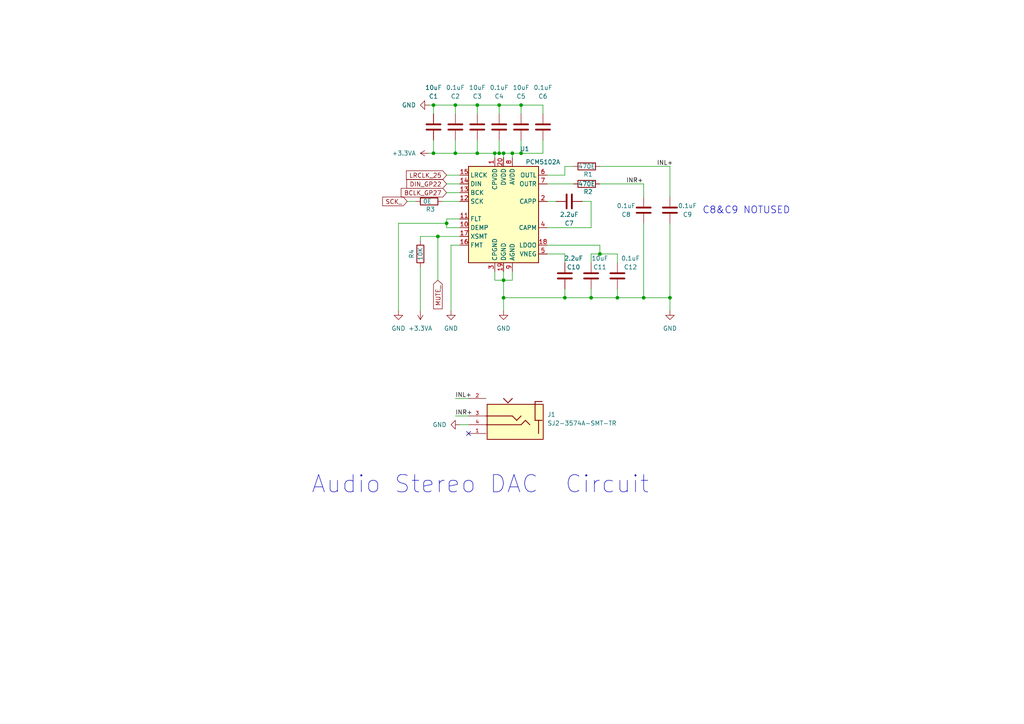
<source format=kicad_sch>
(kicad_sch (version 20250114) (generator "eeschema") (generator_version "9.0")
  (paper "A4")
  (lib_symbols
    (symbol "Audio:PCM5102A"
      (property "Reference" "U" (at -10.16 13.97 0))
      (property "Value" "PCM5102A" (at 3.81 13.97 0))
      (symbol "PCM5102A_0_1"
        (rectangle (start -10.16 12.7) (end 10.16 -15.24) (stroke (width 0.254)) (fill (type background)))
      )
      (symbol "PCM5102A_1_1"
        (pin input line (at -12.7 10.16 0) (length 2.54) (name "LRCK") (number "15"))
        (pin input line (at -12.7 7.62 0) (length 2.54) (name "DIN") (number "14"))
        (pin input line (at -12.7 5.08 0) (length 2.54) (name "BCK") (number "13"))
        (pin input line (at -12.7 2.54 0) (length 2.54) (name "SCK") (number "12"))
        (pin input line (at -12.7 -2.54 0) (length 2.54) (name "FLT") (number "11"))
        (pin input line (at -12.7 -5.08 0) (length 2.54) (name "DEMP") (number "10"))
        (pin input line (at -12.7 -7.62 0) (length 2.54) (name "XSMT") (number "17"))
        (pin input line (at -12.7 -10.16 0) (length 2.54) (name "FMT") (number "16"))
        (pin passive line (at -2.54 15.24 270) (length 2.54) (name "CPVDD") (number "1"))
        (pin power_in line (at -2.54 -17.78 90) (length 2.54) (name "CPGND") (number "3"))
        (pin power_in line (at 0 15.24 270) (length 2.54) (name "DVDD") (number "20"))
        (pin power_in line (at 0 -17.78 90) (length 2.54) (name "DGND") (number "19"))
        (pin power_in line (at 2.54 15.24 270) (length 2.54) (name "AVDD") (number "8"))
        (pin power_in line (at 2.54 -17.78 90) (length 2.54) (name "AGND") (number "9"))
        (pin output line (at 12.7 10.16 180) (length 2.54) (name "OUTL") (number "6"))
        (pin output line (at 12.7 7.62 180) (length 2.54) (name "OUTR") (number "7"))
        (pin passive line (at 12.7 2.54 180) (length 2.54) (name "CAPP") (number "2"))
        (pin passive line (at 12.7 -5.08 180) (length 2.54) (name "CAPM") (number "4"))
        (pin passive line (at 12.7 -10.16 180) (length 2.54) (name "LDOO") (number "18"))
        (pin passive line (at 12.7 -12.7 180) (length 2.54) (name "VNEG") (number "5"))
      )
    )
    (symbol "Device:C" (pin_numbers (hide yes)) (pin_names (offset 0.254))
      (property "Reference" "C" (at 0.635 2.54 0))
      (property "Value" "C" (at 0.635 -2.54 0))
      (symbol "C_0_1"
        (polyline (pts (xy -2.032 0.762) (xy 2.032 0.762)) (stroke (width 0.508)))
        (polyline (pts (xy -2.032 -0.762) (xy 2.032 -0.762)) (stroke (width 0.508)))
      )
      (symbol "C_1_1"
        (pin passive line (at 0 3.81 270) (length 2.794) (name "~") (number "1"))
        (pin passive line (at 0 -3.81 90) (length 2.794) (name "~") (number "2"))
      )
    )
    (symbol "Device:R" (pin_numbers (hide yes)) (pin_names (offset 0))
      (property "Reference" "R" (at 2.032 0 90))
      (property "Value" "R" (at 0 0 90))
      (symbol "R_0_1"
        (rectangle (start -1.016 -2.54) (end 1.016 2.54) (stroke (width 0.254)))
      )
      (symbol "R_1_1"
        (pin passive line (at 0 3.81 270) (length 1.27) (name "~") (number "1"))
        (pin passive line (at 0 -3.81 90) (length 1.27) (name "~") (number "2"))
      )
    )
    (symbol "Dotworld:SJ2-3574A-SMT-TR" (pin_names (offset 1.016))
      (property "Reference" "J" (at -7.62 7.62 0))
      (property "Value" "SJ2-3574A-SMT-TR" (at -7.62 -7.62 0))
      (symbol "SJ2-3574A-SMT-TR_0_0"
        (rectangle (start -8.9563 -3.3874) (end 7.2997 6.7726) (stroke (width 0.254)) (fill (type background)))
        (polyline (pts (xy -8.636 1.27) (xy -7.62 1.27)) (stroke (width 0.254)))
        (polyline (pts (xy -7.62 5.08) (xy -7.62 1.27)) (stroke (width 0.254)))
        (polyline (pts (xy -7.62 1.27) (xy -6.604 1.27)) (stroke (width 0.254)))
        (polyline (pts (xy -6.604 1.27) (xy -6.604 -4.191)) (stroke (width 0.254)))
        (polyline (pts (xy -6.604 -4.191) (xy -8.636 -4.191)) (stroke (width 0.254)))
        (polyline (pts (xy -5.08 2.54) (xy -3.81 1.27)) (stroke (width 0.254)))
        (polyline (pts (xy -3.81 1.27) (xy -2.54 2.54)) (stroke (width 0.254)))
        (polyline (pts (xy -2.54 2.54) (xy 7.62 2.54)) (stroke (width 0.254)))
        (polyline (pts (xy -2.54 0) (xy -1.27 1.27)) (stroke (width 0.254)))
        (polyline (pts (xy -1.27 1.27) (xy 0 0)) (stroke (width 0.254)))
        (polyline (pts (xy 0 0) (xy 7.62 0)) (stroke (width 0.254)))
        (polyline (pts (xy 0 -5.08) (xy 1.27 -3.81)) (stroke (width 0.254)))
        (polyline (pts (xy 1.27 -3.81) (xy 2.54 -5.08)) (stroke (width 0.254)))
        (pin passive line (at 12.7 5.08 180) (length 5.08) (name "~") (number "1"))
        (pin passive line (at 12.7 2.54 180) (length 5.08) (name "~") (number "4"))
        (pin passive line (at 12.7 0 180) (length 5.08) (name "~") (number "3"))
        (pin passive line (at 12.7 -5.08 180) (length 5.08) (name "~") (number "2"))
      )
    )
    (symbol "power:+3.3VA" (power) (pin_names (offset 0))
      (property "Value" "+3.3VA" (at 0 3.556 0))
      (symbol "+3.3VA_0_1"
        (polyline (pts (xy -0.762 1.27) (xy 0 2.54)))
        (polyline (pts (xy 0 2.54) (xy 0.762 1.27)))
        (polyline (pts (xy 0 0) (xy 0 2.54)))
      )
      (symbol "+3.3VA_1_1"
        (pin power_in line (at 0 0 90) (length 0) (hide yes) (name "+3.3VA") (number "1"))
      )
    )
    (symbol "power:GND" (power) (pin_names (offset 0))
      (property "Value" "GND" (at 0 -3.81 0))
      (symbol "GND_0_1"
        (polyline (pts (xy 0 0) (xy 0 -1.27) (xy 1.27 -1.27) (xy 0 -2.54) (xy -1.27 -1.27) (xy 0 -1.27)))
      )
      (symbol "GND_1_1"
        (pin power_in line (at 0 0 270) (length 0) (hide yes) (name "GND") (number "1"))
      )
    )
  )
  (text "Audio Stereo DAC  Circuit" (at 90.17 143.51 0) (effects (font (size 5 5)) (justify left bottom)))
  (text "C8&C9 NOTUSED\n" (at 203.708 62.23 0) (effects (font (size 2 2)) (justify left bottom)))
  (junction (at 171.45 86.36))
  (junction (at 179.07 86.36))
  (junction (at 132.08 44.45))
  (junction (at 163.83 86.36))
  (junction (at 151.13 30.48))
  (junction (at 146.05 86.36))
  (junction (at 186.69 86.36))
  (junction (at 146.05 44.45))
  (junction (at 138.43 44.45))
  (junction (at 173.99 73.66))
  (junction (at 138.43 30.48))
  (junction (at 129.54 64.77))
  (junction (at 194.31 86.36))
  (junction (at 125.73 44.45))
  (junction (at 143.51 44.45))
  (junction (at 148.59 44.45))
  (junction (at 151.13 44.45))
  (junction (at 132.08 30.48))
  (junction (at 127 68.58))
  (junction (at 125.73 30.48))
  (junction (at 146.05 81.28))
  (junction (at 144.78 44.45))
  (junction (at 144.78 30.48))
  (no_connect (at 135.89 125.73))
  (wire (pts (xy 144.78 30.48) (xy 144.78 33.02)))
  (wire (pts (xy 143.51 44.45) (xy 143.51 45.72)))
  (wire (pts (xy 163.83 83.82) (xy 163.83 86.36)))
  (wire (pts (xy 129.54 66.04) (xy 129.54 64.77)))
  (wire (pts (xy 186.69 57.15) (xy 186.69 53.34)))
  (wire (pts (xy 173.99 48.26) (xy 194.31 48.26)))
  (wire (pts (xy 132.08 120.65) (xy 135.89 120.65)))
  (wire (pts (xy 148.59 44.45) (xy 151.13 44.45)))
  (wire (pts (xy 171.45 86.36) (xy 179.07 86.36)))
  (wire (pts (xy 151.13 40.64) (xy 151.13 44.45)))
  (wire (pts (xy 132.08 30.48) (xy 132.08 33.02)))
  (wire (pts (xy 163.83 86.36) (xy 171.45 86.36)))
  (wire (pts (xy 158.75 50.8) (xy 163.83 50.8)))
  (wire (pts (xy 163.83 86.36) (xy 146.05 86.36)))
  (wire (pts (xy 151.13 44.45) (xy 157.48 44.45)))
  (wire (pts (xy 173.99 53.34) (xy 186.69 53.34)))
  (wire (pts (xy 148.59 45.72) (xy 148.59 44.45)))
  (wire (pts (xy 138.43 30.48) (xy 144.78 30.48)))
  (wire (pts (xy 151.13 30.48) (xy 151.13 33.02)))
  (wire (pts (xy 179.07 86.36) (xy 179.07 83.82)))
  (wire (pts (xy 133.35 123.19) (xy 135.89 123.19)))
  (wire (pts (xy 130.81 71.12) (xy 133.35 71.12)))
  (wire (pts (xy 143.51 44.45) (xy 144.78 44.45)))
  (wire (pts (xy 194.31 48.26) (xy 194.31 57.15)))
  (wire (pts (xy 186.69 86.36) (xy 194.31 86.36)))
  (wire (pts (xy 143.51 81.28) (xy 146.05 81.28)))
  (wire (pts (xy 171.45 66.04) (xy 171.45 58.42)))
  (wire (pts (xy 115.57 90.17) (xy 115.57 64.77)))
  (wire (pts (xy 157.48 30.48) (xy 157.48 33.02)))
  (wire (pts (xy 129.54 50.8) (xy 133.35 50.8)))
  (wire (pts (xy 129.54 63.5) (xy 133.35 63.5)))
  (wire (pts (xy 127 68.58) (xy 127 81.28)))
  (wire (pts (xy 143.51 78.74) (xy 143.51 81.28)))
  (wire (pts (xy 158.75 53.34) (xy 166.37 53.34)))
  (wire (pts (xy 118.11 58.42) (xy 120.65 58.42)))
  (wire (pts (xy 179.07 86.36) (xy 186.69 86.36)))
  (wire (pts (xy 146.05 44.45) (xy 148.59 44.45)))
  (wire (pts (xy 146.05 81.28) (xy 148.59 81.28)))
  (wire (pts (xy 157.48 44.45) (xy 157.48 40.64)))
  (wire (pts (xy 173.99 73.66) (xy 179.07 73.66)))
  (wire (pts (xy 138.43 44.45) (xy 138.43 40.64)))
  (wire (pts (xy 125.73 44.45) (xy 132.08 44.45)))
  (wire (pts (xy 129.54 53.34) (xy 133.35 53.34)))
  (wire (pts (xy 158.75 58.42) (xy 161.29 58.42)))
  (wire (pts (xy 125.73 30.48) (xy 132.08 30.48)))
  (wire (pts (xy 121.92 77.47) (xy 121.92 90.17)))
  (wire (pts (xy 144.78 44.45) (xy 146.05 44.45)))
  (wire (pts (xy 194.31 86.36) (xy 194.31 64.77)))
  (wire (pts (xy 158.75 73.66) (xy 163.83 73.66)))
  (wire (pts (xy 146.05 86.36) (xy 146.05 90.17)))
  (wire (pts (xy 129.54 64.77) (xy 129.54 63.5)))
  (wire (pts (xy 132.08 115.57) (xy 135.89 115.57)))
  (wire (pts (xy 132.08 44.45) (xy 132.08 40.64)))
  (wire (pts (xy 171.45 73.66) (xy 171.45 76.2)))
  (wire (pts (xy 158.75 71.12) (xy 173.99 71.12)))
  (wire (pts (xy 133.35 66.04) (xy 129.54 66.04)))
  (wire (pts (xy 163.83 73.66) (xy 163.83 76.2)))
  (wire (pts (xy 146.05 81.28) (xy 146.05 78.74)))
  (wire (pts (xy 151.13 30.48) (xy 157.48 30.48)))
  (wire (pts (xy 125.73 44.45) (xy 124.46 44.45)))
  (wire (pts (xy 115.57 64.77) (xy 129.54 64.77)))
  (wire (pts (xy 163.83 50.8) (xy 163.83 48.26)))
  (wire (pts (xy 179.07 73.66) (xy 179.07 76.2)))
  (wire (pts (xy 144.78 30.48) (xy 151.13 30.48)))
  (wire (pts (xy 171.45 83.82) (xy 171.45 86.36)))
  (wire (pts (xy 173.99 71.12) (xy 173.99 73.66)))
  (wire (pts (xy 146.05 44.45) (xy 146.05 45.72)))
  (wire (pts (xy 127 68.58) (xy 133.35 68.58)))
  (wire (pts (xy 158.75 66.04) (xy 171.45 66.04)))
  (wire (pts (xy 125.73 40.64) (xy 125.73 44.45)))
  (wire (pts (xy 163.83 48.26) (xy 166.37 48.26)))
  (wire (pts (xy 132.08 30.48) (xy 138.43 30.48)))
  (wire (pts (xy 171.45 73.66) (xy 173.99 73.66)))
  (wire (pts (xy 121.92 69.85) (xy 121.92 68.58)))
  (wire (pts (xy 124.46 30.48) (xy 125.73 30.48)))
  (wire (pts (xy 146.05 86.36) (xy 146.05 81.28)))
  (wire (pts (xy 168.91 58.42) (xy 171.45 58.42)))
  (wire (pts (xy 144.78 44.45) (xy 144.78 40.64)))
  (wire (pts (xy 129.54 55.88) (xy 133.35 55.88)))
  (wire (pts (xy 148.59 81.28) (xy 148.59 78.74)))
  (wire (pts (xy 186.69 64.77) (xy 186.69 86.36)))
  (wire (pts (xy 138.43 44.45) (xy 143.51 44.45)))
  (wire (pts (xy 130.81 90.17) (xy 130.81 71.12)))
  (wire (pts (xy 194.31 90.17) (xy 194.31 86.36)))
  (wire (pts (xy 138.43 30.48) (xy 138.43 33.02)))
  (wire (pts (xy 125.73 33.02) (xy 125.73 30.48)))
  (wire (pts (xy 121.92 68.58) (xy 127 68.58)))
  (wire (pts (xy 128.27 58.42) (xy 133.35 58.42)))
  (wire (pts (xy 138.43 44.45) (xy 132.08 44.45)))
  (label "INR+" (at 181.61 53.34 0))
  (label "INL+" (at 190.5 48.26 0))
  (label "INL+" (at 132.08 115.57 0))
  (label "INR+" (at 132.08 120.65 0))
  (global_label "SCK_" (shape input) (at 118.11 58.42 180) (property "Intersheetrefs" "${INTERSHEET_REFS}" (effects (hide yes))))
  (global_label "MUTE_" (shape input) (at 127 81.28 270) (property "Intersheetrefs" "${INTERSHEET_REFS}" (effects (hide yes))))
  (global_label "LRCLK_25" (shape input) (at 129.54 50.8 180) (property "Intersheetrefs" "${INTERSHEET_REFS}" (effects (hide yes))))
  (global_label "BCLK_GP27" (shape input) (at 129.54 55.88 180) (property "Intersheetrefs" "${INTERSHEET_REFS}" (effects (hide yes))))
  (global_label "DIN_GP22" (shape input) (at 129.54 53.34 180) (property "Intersheetrefs" "${INTERSHEET_REFS}" (effects (hide yes))))
  (symbol (lib_id "Device:C") (at 151.13 36.83 180) (unit 1)
    (property "Reference" "C5" (at 151.13 27.94 0))
    (property "Value" "10uF" (at 151.13 25.4 0))
    (property "Footprint" "Capacitor_SMD:C_0603_1608Metric" (effects (hide yes)))
  )
  (symbol (lib_id "Device:C") (at 194.31 60.96 180) (unit 1)
    (property "Reference" "C9" (at 199.39 62.23 0))
    (property "Value" "0.1uF" (at 199.39 59.69 0))
    (property "Footprint" "Capacitor_SMD:C_0603_1608Metric" (effects (hide yes)))
  )
  (symbol (lib_id "Device:C") (at 163.83 80.01 180) (unit 1)
    (property "Reference" "C10" (at 166.37 77.47 0))
    (property "Value" "2.2uF" (at 166.37 74.93 0))
    (property "Footprint" "Capacitor_SMD:C_0603_1608Metric" (effects (hide yes)))
  )
  (symbol (lib_id "Dotworld:SJ2-3574A-SMT-TR") (at 148.59 120.65 180) (unit 1)
    (property "Reference" "J1" (at 158.75 120.2263 0) (effects (justify right)))
    (property "Value" "SJ2-3574A-SMT-TR" (at 158.75 122.7663 0) (effects (justify right)))
    (property "Footprint" "Dotworld:CUI_SJ2-3574A-SMT-TR" (effects (hide yes)))
    (property "PARTREV" "1.02" (effects (hide yes)))
    (property "STANDARD" "Manufacturer Recommendations" (effects (hide yes)))
    (property "MAXIMUM_PACKAGE_HEIGHT" "5.3 mm" (effects (hide yes)))
    (property "MANUFACTURER" "CUI" (effects (hide yes)))
  )
  (symbol (lib_id "Device:C") (at 179.07 80.01 180) (unit 1)
    (property "Reference" "C12" (at 182.88 77.47 0))
    (property "Value" "0.1uF" (at 182.88 74.93 0))
    (property "Footprint" "Capacitor_SMD:C_0603_1608Metric" (effects (hide yes)))
  )
  (symbol (lib_id "Device:R") (at 170.18 53.34 90) (unit 1)
    (property "Reference" "R2" (at 170.561 55.626 90))
    (property "Value" "470E" (at 170.18 53.34 90))
    (property "Footprint" "Resistor_SMD:R_0402_1005Metric" (effects (hide yes)))
  )
  (symbol (lib_id "Device:C") (at 125.73 36.83 180) (unit 1)
    (property "Reference" "C1" (at 125.73 27.94 0))
    (property "Value" "10uF" (at 125.73 25.4 0))
    (property "Footprint" "Capacitor_SMD:C_0603_1608Metric" (effects (hide yes)))
  )
  (symbol (lib_id "Device:R") (at 121.92 73.66 180) (unit 1)
    (property "Reference" "R4" (at 119.38 73.66 90))
    (property "Value" "10K" (at 121.92 73.66 90))
    (property "Footprint" "Resistor_SMD:R_0402_1005Metric" (effects (hide yes)))
  )
  (symbol (lib_id "power:GND") (at 194.31 90.17 0) (unit 1)
    (property "Reference" "#PWR07" (effects (hide yes)))
    (property "Value" "GND" (at 194.31 95.25 0))
  )
  (symbol (lib_id "Device:C") (at 171.45 80.01 180) (unit 1)
    (property "Reference" "C11" (at 173.99 77.47 0))
    (property "Value" "10uF" (at 173.99 74.93 0))
    (property "Footprint" "Capacitor_SMD:C_0603_1608Metric" (effects (hide yes)))
  )
  (symbol (lib_id "power:+3.3VA") (at 124.46 44.45 90) (unit 1)
    (property "Reference" "#PWR02" (effects (hide yes)))
    (property "Value" "+3.3VA" (at 120.65 44.45 90) (effects (justify left)))
  )
  (symbol (lib_id "Device:R") (at 170.18 48.26 90) (unit 1)
    (property "Reference" "R1" (at 170.561 50.546 90))
    (property "Value" "470E" (at 170.18 48.26 90))
    (property "Footprint" "Resistor_SMD:R_0402_1005Metric" (effects (hide yes)))
  )
  (symbol (lib_id "power:GND") (at 124.46 30.48 270) (unit 1)
    (property "Reference" "#PWR01" (effects (hide yes)))
    (property "Value" "GND" (at 120.65 30.48 90) (effects (justify right)))
  )
  (symbol (lib_id "Audio:PCM5102A") (at 146.05 60.96 0) (unit 1)
    (property "Reference" "U1" (at 150.7841 43.18 0) (effects (justify left)))
    (property "Value" "PCM5102A" (at 152.4 46.99 0) (effects (justify left)))
    (property "Footprint" "Package_SO:TSSOP-20_4.4x6.5mm_P0.65mm" (effects (hide yes)))
    (property "Datasheet" "https://www.ti.com/lit/ds/symlink/pcm5102a.pdf" (effects (hide yes)))
  )
  (symbol (lib_id "power:GND") (at 130.81 90.17 0) (unit 1)
    (property "Reference" "#PWR05" (effects (hide yes)))
    (property "Value" "GND" (at 130.81 95.25 0))
  )
  (symbol (lib_id "Device:R") (at 124.46 58.42 90) (unit 1)
    (property "Reference" "R3" (at 124.841 60.706 90))
    (property "Value" "0E" (at 123.952 58.42 90))
    (property "Footprint" "Resistor_SMD:R_0402_1005Metric" (effects (hide yes)))
  )
  (symbol (lib_id "Device:C") (at 144.78 36.83 180) (unit 1)
    (property "Reference" "C4" (at 144.78 27.94 0))
    (property "Value" "0.1uF" (at 144.78 25.4 0))
    (property "Footprint" "Capacitor_SMD:C_0603_1608Metric" (effects (hide yes)))
  )
  (symbol (lib_id "Device:C") (at 157.48 36.83 180) (unit 1)
    (property "Reference" "C6" (at 157.48 27.94 0))
    (property "Value" "0.1uF" (at 157.48 25.4 0))
    (property "Footprint" "Capacitor_SMD:C_0603_1608Metric" (effects (hide yes)))
  )
  (symbol (lib_id "Device:C") (at 165.1 58.42 270) (unit 1)
    (property "Reference" "C7" (at 165.1 64.77 90))
    (property "Value" "2.2uF" (at 165.1 62.23 90))
    (property "Footprint" "Capacitor_SMD:C_0603_1608Metric" (effects (hide yes)))
  )
  (symbol (lib_id "Device:C") (at 186.69 60.96 180) (unit 1)
    (property "Reference" "C8" (at 181.61 62.23 0))
    (property "Value" "0.1uF" (at 181.61 59.69 0))
    (property "Footprint" "Capacitor_SMD:C_0603_1608Metric" (effects (hide yes)))
  )
  (symbol (lib_id "power:GND") (at 133.35 123.19 270) (unit 1)
    (property "Reference" "#PWR08" (effects (hide yes)))
    (property "Value" "GND" (at 129.54 123.19 90) (effects (justify right)))
  )
  (symbol (lib_id "Device:C") (at 138.43 36.83 180) (unit 1)
    (property "Reference" "C3" (at 138.43 27.94 0))
    (property "Value" "10uF" (at 138.43 25.4 0))
    (property "Footprint" "Capacitor_SMD:C_0603_1608Metric" (effects (hide yes)))
  )
  (symbol (lib_id "power:GND") (at 115.57 90.17 0) (unit 1)
    (property "Reference" "#PWR03" (effects (hide yes)))
    (property "Value" "GND" (at 115.57 95.25 0))
  )
  (symbol (lib_id "Device:C") (at 132.08 36.83 180) (unit 1)
    (property "Reference" "C2" (at 132.08 27.94 0))
    (property "Value" "0.1uF" (at 132.08 25.4 0))
    (property "Footprint" "Capacitor_SMD:C_0603_1608Metric" (effects (hide yes)))
  )
  (symbol (lib_id "power:GND") (at 146.05 90.17 0) (unit 1)
    (property "Reference" "#PWR06" (effects (hide yes)))
    (property "Value" "GND" (at 146.05 95.25 0))
  )
  (symbol (lib_id "power:+3.3VA") (at 121.92 90.17 180) (unit 1)
    (property "Reference" "#PWR04" (effects (hide yes)))
    (property "Value" "+3.3VA" (at 121.92 95.25 0))
  )
)
</source>
